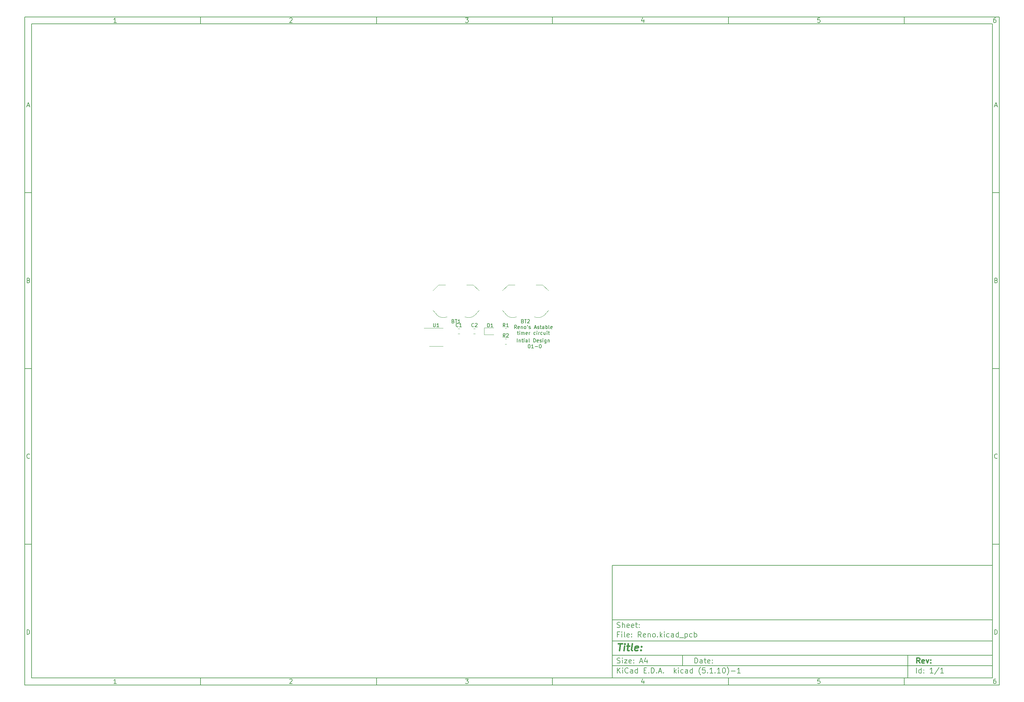
<source format=gbr>
%TF.GenerationSoftware,KiCad,Pcbnew,(5.1.10)-1*%
%TF.CreationDate,2021-09-25T22:05:34-07:00*%
%TF.ProjectId,Reno,52656e6f-2e6b-4696-9361-645f70636258,rev?*%
%TF.SameCoordinates,Original*%
%TF.FileFunction,Legend,Top*%
%TF.FilePolarity,Positive*%
%FSLAX46Y46*%
G04 Gerber Fmt 4.6, Leading zero omitted, Abs format (unit mm)*
G04 Created by KiCad (PCBNEW (5.1.10)-1) date 2021-09-25 22:05:34*
%MOMM*%
%LPD*%
G01*
G04 APERTURE LIST*
%ADD10C,0.100000*%
%ADD11C,0.150000*%
%ADD12C,0.300000*%
%ADD13C,0.400000*%
%ADD14C,0.120000*%
G04 APERTURE END LIST*
D10*
D11*
X177002200Y-166007200D02*
X177002200Y-198007200D01*
X285002200Y-198007200D01*
X285002200Y-166007200D01*
X177002200Y-166007200D01*
D10*
D11*
X10000000Y-10000000D02*
X10000000Y-200007200D01*
X287002200Y-200007200D01*
X287002200Y-10000000D01*
X10000000Y-10000000D01*
D10*
D11*
X12000000Y-12000000D02*
X12000000Y-198007200D01*
X285002200Y-198007200D01*
X285002200Y-12000000D01*
X12000000Y-12000000D01*
D10*
D11*
X60000000Y-12000000D02*
X60000000Y-10000000D01*
D10*
D11*
X110000000Y-12000000D02*
X110000000Y-10000000D01*
D10*
D11*
X160000000Y-12000000D02*
X160000000Y-10000000D01*
D10*
D11*
X210000000Y-12000000D02*
X210000000Y-10000000D01*
D10*
D11*
X260000000Y-12000000D02*
X260000000Y-10000000D01*
D10*
D11*
X36065476Y-11588095D02*
X35322619Y-11588095D01*
X35694047Y-11588095D02*
X35694047Y-10288095D01*
X35570238Y-10473809D01*
X35446428Y-10597619D01*
X35322619Y-10659523D01*
D10*
D11*
X85322619Y-10411904D02*
X85384523Y-10350000D01*
X85508333Y-10288095D01*
X85817857Y-10288095D01*
X85941666Y-10350000D01*
X86003571Y-10411904D01*
X86065476Y-10535714D01*
X86065476Y-10659523D01*
X86003571Y-10845238D01*
X85260714Y-11588095D01*
X86065476Y-11588095D01*
D10*
D11*
X135260714Y-10288095D02*
X136065476Y-10288095D01*
X135632142Y-10783333D01*
X135817857Y-10783333D01*
X135941666Y-10845238D01*
X136003571Y-10907142D01*
X136065476Y-11030952D01*
X136065476Y-11340476D01*
X136003571Y-11464285D01*
X135941666Y-11526190D01*
X135817857Y-11588095D01*
X135446428Y-11588095D01*
X135322619Y-11526190D01*
X135260714Y-11464285D01*
D10*
D11*
X185941666Y-10721428D02*
X185941666Y-11588095D01*
X185632142Y-10226190D02*
X185322619Y-11154761D01*
X186127380Y-11154761D01*
D10*
D11*
X236003571Y-10288095D02*
X235384523Y-10288095D01*
X235322619Y-10907142D01*
X235384523Y-10845238D01*
X235508333Y-10783333D01*
X235817857Y-10783333D01*
X235941666Y-10845238D01*
X236003571Y-10907142D01*
X236065476Y-11030952D01*
X236065476Y-11340476D01*
X236003571Y-11464285D01*
X235941666Y-11526190D01*
X235817857Y-11588095D01*
X235508333Y-11588095D01*
X235384523Y-11526190D01*
X235322619Y-11464285D01*
D10*
D11*
X285941666Y-10288095D02*
X285694047Y-10288095D01*
X285570238Y-10350000D01*
X285508333Y-10411904D01*
X285384523Y-10597619D01*
X285322619Y-10845238D01*
X285322619Y-11340476D01*
X285384523Y-11464285D01*
X285446428Y-11526190D01*
X285570238Y-11588095D01*
X285817857Y-11588095D01*
X285941666Y-11526190D01*
X286003571Y-11464285D01*
X286065476Y-11340476D01*
X286065476Y-11030952D01*
X286003571Y-10907142D01*
X285941666Y-10845238D01*
X285817857Y-10783333D01*
X285570238Y-10783333D01*
X285446428Y-10845238D01*
X285384523Y-10907142D01*
X285322619Y-11030952D01*
D10*
D11*
X60000000Y-198007200D02*
X60000000Y-200007200D01*
D10*
D11*
X110000000Y-198007200D02*
X110000000Y-200007200D01*
D10*
D11*
X160000000Y-198007200D02*
X160000000Y-200007200D01*
D10*
D11*
X210000000Y-198007200D02*
X210000000Y-200007200D01*
D10*
D11*
X260000000Y-198007200D02*
X260000000Y-200007200D01*
D10*
D11*
X36065476Y-199595295D02*
X35322619Y-199595295D01*
X35694047Y-199595295D02*
X35694047Y-198295295D01*
X35570238Y-198481009D01*
X35446428Y-198604819D01*
X35322619Y-198666723D01*
D10*
D11*
X85322619Y-198419104D02*
X85384523Y-198357200D01*
X85508333Y-198295295D01*
X85817857Y-198295295D01*
X85941666Y-198357200D01*
X86003571Y-198419104D01*
X86065476Y-198542914D01*
X86065476Y-198666723D01*
X86003571Y-198852438D01*
X85260714Y-199595295D01*
X86065476Y-199595295D01*
D10*
D11*
X135260714Y-198295295D02*
X136065476Y-198295295D01*
X135632142Y-198790533D01*
X135817857Y-198790533D01*
X135941666Y-198852438D01*
X136003571Y-198914342D01*
X136065476Y-199038152D01*
X136065476Y-199347676D01*
X136003571Y-199471485D01*
X135941666Y-199533390D01*
X135817857Y-199595295D01*
X135446428Y-199595295D01*
X135322619Y-199533390D01*
X135260714Y-199471485D01*
D10*
D11*
X185941666Y-198728628D02*
X185941666Y-199595295D01*
X185632142Y-198233390D02*
X185322619Y-199161961D01*
X186127380Y-199161961D01*
D10*
D11*
X236003571Y-198295295D02*
X235384523Y-198295295D01*
X235322619Y-198914342D01*
X235384523Y-198852438D01*
X235508333Y-198790533D01*
X235817857Y-198790533D01*
X235941666Y-198852438D01*
X236003571Y-198914342D01*
X236065476Y-199038152D01*
X236065476Y-199347676D01*
X236003571Y-199471485D01*
X235941666Y-199533390D01*
X235817857Y-199595295D01*
X235508333Y-199595295D01*
X235384523Y-199533390D01*
X235322619Y-199471485D01*
D10*
D11*
X285941666Y-198295295D02*
X285694047Y-198295295D01*
X285570238Y-198357200D01*
X285508333Y-198419104D01*
X285384523Y-198604819D01*
X285322619Y-198852438D01*
X285322619Y-199347676D01*
X285384523Y-199471485D01*
X285446428Y-199533390D01*
X285570238Y-199595295D01*
X285817857Y-199595295D01*
X285941666Y-199533390D01*
X286003571Y-199471485D01*
X286065476Y-199347676D01*
X286065476Y-199038152D01*
X286003571Y-198914342D01*
X285941666Y-198852438D01*
X285817857Y-198790533D01*
X285570238Y-198790533D01*
X285446428Y-198852438D01*
X285384523Y-198914342D01*
X285322619Y-199038152D01*
D10*
D11*
X10000000Y-60000000D02*
X12000000Y-60000000D01*
D10*
D11*
X10000000Y-110000000D02*
X12000000Y-110000000D01*
D10*
D11*
X10000000Y-160000000D02*
X12000000Y-160000000D01*
D10*
D11*
X10690476Y-35216666D02*
X11309523Y-35216666D01*
X10566666Y-35588095D02*
X11000000Y-34288095D01*
X11433333Y-35588095D01*
D10*
D11*
X11092857Y-84907142D02*
X11278571Y-84969047D01*
X11340476Y-85030952D01*
X11402380Y-85154761D01*
X11402380Y-85340476D01*
X11340476Y-85464285D01*
X11278571Y-85526190D01*
X11154761Y-85588095D01*
X10659523Y-85588095D01*
X10659523Y-84288095D01*
X11092857Y-84288095D01*
X11216666Y-84350000D01*
X11278571Y-84411904D01*
X11340476Y-84535714D01*
X11340476Y-84659523D01*
X11278571Y-84783333D01*
X11216666Y-84845238D01*
X11092857Y-84907142D01*
X10659523Y-84907142D01*
D10*
D11*
X11402380Y-135464285D02*
X11340476Y-135526190D01*
X11154761Y-135588095D01*
X11030952Y-135588095D01*
X10845238Y-135526190D01*
X10721428Y-135402380D01*
X10659523Y-135278571D01*
X10597619Y-135030952D01*
X10597619Y-134845238D01*
X10659523Y-134597619D01*
X10721428Y-134473809D01*
X10845238Y-134350000D01*
X11030952Y-134288095D01*
X11154761Y-134288095D01*
X11340476Y-134350000D01*
X11402380Y-134411904D01*
D10*
D11*
X10659523Y-185588095D02*
X10659523Y-184288095D01*
X10969047Y-184288095D01*
X11154761Y-184350000D01*
X11278571Y-184473809D01*
X11340476Y-184597619D01*
X11402380Y-184845238D01*
X11402380Y-185030952D01*
X11340476Y-185278571D01*
X11278571Y-185402380D01*
X11154761Y-185526190D01*
X10969047Y-185588095D01*
X10659523Y-185588095D01*
D10*
D11*
X287002200Y-60000000D02*
X285002200Y-60000000D01*
D10*
D11*
X287002200Y-110000000D02*
X285002200Y-110000000D01*
D10*
D11*
X287002200Y-160000000D02*
X285002200Y-160000000D01*
D10*
D11*
X285692676Y-35216666D02*
X286311723Y-35216666D01*
X285568866Y-35588095D02*
X286002200Y-34288095D01*
X286435533Y-35588095D01*
D10*
D11*
X286095057Y-84907142D02*
X286280771Y-84969047D01*
X286342676Y-85030952D01*
X286404580Y-85154761D01*
X286404580Y-85340476D01*
X286342676Y-85464285D01*
X286280771Y-85526190D01*
X286156961Y-85588095D01*
X285661723Y-85588095D01*
X285661723Y-84288095D01*
X286095057Y-84288095D01*
X286218866Y-84350000D01*
X286280771Y-84411904D01*
X286342676Y-84535714D01*
X286342676Y-84659523D01*
X286280771Y-84783333D01*
X286218866Y-84845238D01*
X286095057Y-84907142D01*
X285661723Y-84907142D01*
D10*
D11*
X286404580Y-135464285D02*
X286342676Y-135526190D01*
X286156961Y-135588095D01*
X286033152Y-135588095D01*
X285847438Y-135526190D01*
X285723628Y-135402380D01*
X285661723Y-135278571D01*
X285599819Y-135030952D01*
X285599819Y-134845238D01*
X285661723Y-134597619D01*
X285723628Y-134473809D01*
X285847438Y-134350000D01*
X286033152Y-134288095D01*
X286156961Y-134288095D01*
X286342676Y-134350000D01*
X286404580Y-134411904D01*
D10*
D11*
X285661723Y-185588095D02*
X285661723Y-184288095D01*
X285971247Y-184288095D01*
X286156961Y-184350000D01*
X286280771Y-184473809D01*
X286342676Y-184597619D01*
X286404580Y-184845238D01*
X286404580Y-185030952D01*
X286342676Y-185278571D01*
X286280771Y-185402380D01*
X286156961Y-185526190D01*
X285971247Y-185588095D01*
X285661723Y-185588095D01*
D10*
D11*
X200434342Y-193785771D02*
X200434342Y-192285771D01*
X200791485Y-192285771D01*
X201005771Y-192357200D01*
X201148628Y-192500057D01*
X201220057Y-192642914D01*
X201291485Y-192928628D01*
X201291485Y-193142914D01*
X201220057Y-193428628D01*
X201148628Y-193571485D01*
X201005771Y-193714342D01*
X200791485Y-193785771D01*
X200434342Y-193785771D01*
X202577200Y-193785771D02*
X202577200Y-193000057D01*
X202505771Y-192857200D01*
X202362914Y-192785771D01*
X202077200Y-192785771D01*
X201934342Y-192857200D01*
X202577200Y-193714342D02*
X202434342Y-193785771D01*
X202077200Y-193785771D01*
X201934342Y-193714342D01*
X201862914Y-193571485D01*
X201862914Y-193428628D01*
X201934342Y-193285771D01*
X202077200Y-193214342D01*
X202434342Y-193214342D01*
X202577200Y-193142914D01*
X203077200Y-192785771D02*
X203648628Y-192785771D01*
X203291485Y-192285771D02*
X203291485Y-193571485D01*
X203362914Y-193714342D01*
X203505771Y-193785771D01*
X203648628Y-193785771D01*
X204720057Y-193714342D02*
X204577200Y-193785771D01*
X204291485Y-193785771D01*
X204148628Y-193714342D01*
X204077200Y-193571485D01*
X204077200Y-193000057D01*
X204148628Y-192857200D01*
X204291485Y-192785771D01*
X204577200Y-192785771D01*
X204720057Y-192857200D01*
X204791485Y-193000057D01*
X204791485Y-193142914D01*
X204077200Y-193285771D01*
X205434342Y-193642914D02*
X205505771Y-193714342D01*
X205434342Y-193785771D01*
X205362914Y-193714342D01*
X205434342Y-193642914D01*
X205434342Y-193785771D01*
X205434342Y-192857200D02*
X205505771Y-192928628D01*
X205434342Y-193000057D01*
X205362914Y-192928628D01*
X205434342Y-192857200D01*
X205434342Y-193000057D01*
D10*
D11*
X177002200Y-194507200D02*
X285002200Y-194507200D01*
D10*
D11*
X178434342Y-196585771D02*
X178434342Y-195085771D01*
X179291485Y-196585771D02*
X178648628Y-195728628D01*
X179291485Y-195085771D02*
X178434342Y-195942914D01*
X179934342Y-196585771D02*
X179934342Y-195585771D01*
X179934342Y-195085771D02*
X179862914Y-195157200D01*
X179934342Y-195228628D01*
X180005771Y-195157200D01*
X179934342Y-195085771D01*
X179934342Y-195228628D01*
X181505771Y-196442914D02*
X181434342Y-196514342D01*
X181220057Y-196585771D01*
X181077200Y-196585771D01*
X180862914Y-196514342D01*
X180720057Y-196371485D01*
X180648628Y-196228628D01*
X180577200Y-195942914D01*
X180577200Y-195728628D01*
X180648628Y-195442914D01*
X180720057Y-195300057D01*
X180862914Y-195157200D01*
X181077200Y-195085771D01*
X181220057Y-195085771D01*
X181434342Y-195157200D01*
X181505771Y-195228628D01*
X182791485Y-196585771D02*
X182791485Y-195800057D01*
X182720057Y-195657200D01*
X182577200Y-195585771D01*
X182291485Y-195585771D01*
X182148628Y-195657200D01*
X182791485Y-196514342D02*
X182648628Y-196585771D01*
X182291485Y-196585771D01*
X182148628Y-196514342D01*
X182077200Y-196371485D01*
X182077200Y-196228628D01*
X182148628Y-196085771D01*
X182291485Y-196014342D01*
X182648628Y-196014342D01*
X182791485Y-195942914D01*
X184148628Y-196585771D02*
X184148628Y-195085771D01*
X184148628Y-196514342D02*
X184005771Y-196585771D01*
X183720057Y-196585771D01*
X183577200Y-196514342D01*
X183505771Y-196442914D01*
X183434342Y-196300057D01*
X183434342Y-195871485D01*
X183505771Y-195728628D01*
X183577200Y-195657200D01*
X183720057Y-195585771D01*
X184005771Y-195585771D01*
X184148628Y-195657200D01*
X186005771Y-195800057D02*
X186505771Y-195800057D01*
X186720057Y-196585771D02*
X186005771Y-196585771D01*
X186005771Y-195085771D01*
X186720057Y-195085771D01*
X187362914Y-196442914D02*
X187434342Y-196514342D01*
X187362914Y-196585771D01*
X187291485Y-196514342D01*
X187362914Y-196442914D01*
X187362914Y-196585771D01*
X188077200Y-196585771D02*
X188077200Y-195085771D01*
X188434342Y-195085771D01*
X188648628Y-195157200D01*
X188791485Y-195300057D01*
X188862914Y-195442914D01*
X188934342Y-195728628D01*
X188934342Y-195942914D01*
X188862914Y-196228628D01*
X188791485Y-196371485D01*
X188648628Y-196514342D01*
X188434342Y-196585771D01*
X188077200Y-196585771D01*
X189577200Y-196442914D02*
X189648628Y-196514342D01*
X189577200Y-196585771D01*
X189505771Y-196514342D01*
X189577200Y-196442914D01*
X189577200Y-196585771D01*
X190220057Y-196157200D02*
X190934342Y-196157200D01*
X190077200Y-196585771D02*
X190577200Y-195085771D01*
X191077200Y-196585771D01*
X191577200Y-196442914D02*
X191648628Y-196514342D01*
X191577200Y-196585771D01*
X191505771Y-196514342D01*
X191577200Y-196442914D01*
X191577200Y-196585771D01*
X194577200Y-196585771D02*
X194577200Y-195085771D01*
X194720057Y-196014342D02*
X195148628Y-196585771D01*
X195148628Y-195585771D02*
X194577200Y-196157200D01*
X195791485Y-196585771D02*
X195791485Y-195585771D01*
X195791485Y-195085771D02*
X195720057Y-195157200D01*
X195791485Y-195228628D01*
X195862914Y-195157200D01*
X195791485Y-195085771D01*
X195791485Y-195228628D01*
X197148628Y-196514342D02*
X197005771Y-196585771D01*
X196720057Y-196585771D01*
X196577200Y-196514342D01*
X196505771Y-196442914D01*
X196434342Y-196300057D01*
X196434342Y-195871485D01*
X196505771Y-195728628D01*
X196577200Y-195657200D01*
X196720057Y-195585771D01*
X197005771Y-195585771D01*
X197148628Y-195657200D01*
X198434342Y-196585771D02*
X198434342Y-195800057D01*
X198362914Y-195657200D01*
X198220057Y-195585771D01*
X197934342Y-195585771D01*
X197791485Y-195657200D01*
X198434342Y-196514342D02*
X198291485Y-196585771D01*
X197934342Y-196585771D01*
X197791485Y-196514342D01*
X197720057Y-196371485D01*
X197720057Y-196228628D01*
X197791485Y-196085771D01*
X197934342Y-196014342D01*
X198291485Y-196014342D01*
X198434342Y-195942914D01*
X199791485Y-196585771D02*
X199791485Y-195085771D01*
X199791485Y-196514342D02*
X199648628Y-196585771D01*
X199362914Y-196585771D01*
X199220057Y-196514342D01*
X199148628Y-196442914D01*
X199077200Y-196300057D01*
X199077200Y-195871485D01*
X199148628Y-195728628D01*
X199220057Y-195657200D01*
X199362914Y-195585771D01*
X199648628Y-195585771D01*
X199791485Y-195657200D01*
X202077200Y-197157200D02*
X202005771Y-197085771D01*
X201862914Y-196871485D01*
X201791485Y-196728628D01*
X201720057Y-196514342D01*
X201648628Y-196157200D01*
X201648628Y-195871485D01*
X201720057Y-195514342D01*
X201791485Y-195300057D01*
X201862914Y-195157200D01*
X202005771Y-194942914D01*
X202077200Y-194871485D01*
X203362914Y-195085771D02*
X202648628Y-195085771D01*
X202577200Y-195800057D01*
X202648628Y-195728628D01*
X202791485Y-195657200D01*
X203148628Y-195657200D01*
X203291485Y-195728628D01*
X203362914Y-195800057D01*
X203434342Y-195942914D01*
X203434342Y-196300057D01*
X203362914Y-196442914D01*
X203291485Y-196514342D01*
X203148628Y-196585771D01*
X202791485Y-196585771D01*
X202648628Y-196514342D01*
X202577200Y-196442914D01*
X204077200Y-196442914D02*
X204148628Y-196514342D01*
X204077200Y-196585771D01*
X204005771Y-196514342D01*
X204077200Y-196442914D01*
X204077200Y-196585771D01*
X205577200Y-196585771D02*
X204720057Y-196585771D01*
X205148628Y-196585771D02*
X205148628Y-195085771D01*
X205005771Y-195300057D01*
X204862914Y-195442914D01*
X204720057Y-195514342D01*
X206220057Y-196442914D02*
X206291485Y-196514342D01*
X206220057Y-196585771D01*
X206148628Y-196514342D01*
X206220057Y-196442914D01*
X206220057Y-196585771D01*
X207720057Y-196585771D02*
X206862914Y-196585771D01*
X207291485Y-196585771D02*
X207291485Y-195085771D01*
X207148628Y-195300057D01*
X207005771Y-195442914D01*
X206862914Y-195514342D01*
X208648628Y-195085771D02*
X208791485Y-195085771D01*
X208934342Y-195157200D01*
X209005771Y-195228628D01*
X209077200Y-195371485D01*
X209148628Y-195657200D01*
X209148628Y-196014342D01*
X209077200Y-196300057D01*
X209005771Y-196442914D01*
X208934342Y-196514342D01*
X208791485Y-196585771D01*
X208648628Y-196585771D01*
X208505771Y-196514342D01*
X208434342Y-196442914D01*
X208362914Y-196300057D01*
X208291485Y-196014342D01*
X208291485Y-195657200D01*
X208362914Y-195371485D01*
X208434342Y-195228628D01*
X208505771Y-195157200D01*
X208648628Y-195085771D01*
X209648628Y-197157200D02*
X209720057Y-197085771D01*
X209862914Y-196871485D01*
X209934342Y-196728628D01*
X210005771Y-196514342D01*
X210077200Y-196157200D01*
X210077200Y-195871485D01*
X210005771Y-195514342D01*
X209934342Y-195300057D01*
X209862914Y-195157200D01*
X209720057Y-194942914D01*
X209648628Y-194871485D01*
X210791485Y-196014342D02*
X211934342Y-196014342D01*
X213434342Y-196585771D02*
X212577200Y-196585771D01*
X213005771Y-196585771D02*
X213005771Y-195085771D01*
X212862914Y-195300057D01*
X212720057Y-195442914D01*
X212577200Y-195514342D01*
D10*
D11*
X177002200Y-191507200D02*
X285002200Y-191507200D01*
D10*
D12*
X264411485Y-193785771D02*
X263911485Y-193071485D01*
X263554342Y-193785771D02*
X263554342Y-192285771D01*
X264125771Y-192285771D01*
X264268628Y-192357200D01*
X264340057Y-192428628D01*
X264411485Y-192571485D01*
X264411485Y-192785771D01*
X264340057Y-192928628D01*
X264268628Y-193000057D01*
X264125771Y-193071485D01*
X263554342Y-193071485D01*
X265625771Y-193714342D02*
X265482914Y-193785771D01*
X265197200Y-193785771D01*
X265054342Y-193714342D01*
X264982914Y-193571485D01*
X264982914Y-193000057D01*
X265054342Y-192857200D01*
X265197200Y-192785771D01*
X265482914Y-192785771D01*
X265625771Y-192857200D01*
X265697200Y-193000057D01*
X265697200Y-193142914D01*
X264982914Y-193285771D01*
X266197200Y-192785771D02*
X266554342Y-193785771D01*
X266911485Y-192785771D01*
X267482914Y-193642914D02*
X267554342Y-193714342D01*
X267482914Y-193785771D01*
X267411485Y-193714342D01*
X267482914Y-193642914D01*
X267482914Y-193785771D01*
X267482914Y-192857200D02*
X267554342Y-192928628D01*
X267482914Y-193000057D01*
X267411485Y-192928628D01*
X267482914Y-192857200D01*
X267482914Y-193000057D01*
D10*
D11*
X178362914Y-193714342D02*
X178577200Y-193785771D01*
X178934342Y-193785771D01*
X179077200Y-193714342D01*
X179148628Y-193642914D01*
X179220057Y-193500057D01*
X179220057Y-193357200D01*
X179148628Y-193214342D01*
X179077200Y-193142914D01*
X178934342Y-193071485D01*
X178648628Y-193000057D01*
X178505771Y-192928628D01*
X178434342Y-192857200D01*
X178362914Y-192714342D01*
X178362914Y-192571485D01*
X178434342Y-192428628D01*
X178505771Y-192357200D01*
X178648628Y-192285771D01*
X179005771Y-192285771D01*
X179220057Y-192357200D01*
X179862914Y-193785771D02*
X179862914Y-192785771D01*
X179862914Y-192285771D02*
X179791485Y-192357200D01*
X179862914Y-192428628D01*
X179934342Y-192357200D01*
X179862914Y-192285771D01*
X179862914Y-192428628D01*
X180434342Y-192785771D02*
X181220057Y-192785771D01*
X180434342Y-193785771D01*
X181220057Y-193785771D01*
X182362914Y-193714342D02*
X182220057Y-193785771D01*
X181934342Y-193785771D01*
X181791485Y-193714342D01*
X181720057Y-193571485D01*
X181720057Y-193000057D01*
X181791485Y-192857200D01*
X181934342Y-192785771D01*
X182220057Y-192785771D01*
X182362914Y-192857200D01*
X182434342Y-193000057D01*
X182434342Y-193142914D01*
X181720057Y-193285771D01*
X183077200Y-193642914D02*
X183148628Y-193714342D01*
X183077200Y-193785771D01*
X183005771Y-193714342D01*
X183077200Y-193642914D01*
X183077200Y-193785771D01*
X183077200Y-192857200D02*
X183148628Y-192928628D01*
X183077200Y-193000057D01*
X183005771Y-192928628D01*
X183077200Y-192857200D01*
X183077200Y-193000057D01*
X184862914Y-193357200D02*
X185577200Y-193357200D01*
X184720057Y-193785771D02*
X185220057Y-192285771D01*
X185720057Y-193785771D01*
X186862914Y-192785771D02*
X186862914Y-193785771D01*
X186505771Y-192214342D02*
X186148628Y-193285771D01*
X187077200Y-193285771D01*
D10*
D11*
X263434342Y-196585771D02*
X263434342Y-195085771D01*
X264791485Y-196585771D02*
X264791485Y-195085771D01*
X264791485Y-196514342D02*
X264648628Y-196585771D01*
X264362914Y-196585771D01*
X264220057Y-196514342D01*
X264148628Y-196442914D01*
X264077200Y-196300057D01*
X264077200Y-195871485D01*
X264148628Y-195728628D01*
X264220057Y-195657200D01*
X264362914Y-195585771D01*
X264648628Y-195585771D01*
X264791485Y-195657200D01*
X265505771Y-196442914D02*
X265577200Y-196514342D01*
X265505771Y-196585771D01*
X265434342Y-196514342D01*
X265505771Y-196442914D01*
X265505771Y-196585771D01*
X265505771Y-195657200D02*
X265577200Y-195728628D01*
X265505771Y-195800057D01*
X265434342Y-195728628D01*
X265505771Y-195657200D01*
X265505771Y-195800057D01*
X268148628Y-196585771D02*
X267291485Y-196585771D01*
X267720057Y-196585771D02*
X267720057Y-195085771D01*
X267577200Y-195300057D01*
X267434342Y-195442914D01*
X267291485Y-195514342D01*
X269862914Y-195014342D02*
X268577200Y-196942914D01*
X271148628Y-196585771D02*
X270291485Y-196585771D01*
X270720057Y-196585771D02*
X270720057Y-195085771D01*
X270577200Y-195300057D01*
X270434342Y-195442914D01*
X270291485Y-195514342D01*
D10*
D11*
X177002200Y-187507200D02*
X285002200Y-187507200D01*
D10*
D13*
X178714580Y-188211961D02*
X179857438Y-188211961D01*
X179036009Y-190211961D02*
X179286009Y-188211961D01*
X180274104Y-190211961D02*
X180440771Y-188878628D01*
X180524104Y-188211961D02*
X180416961Y-188307200D01*
X180500295Y-188402438D01*
X180607438Y-188307200D01*
X180524104Y-188211961D01*
X180500295Y-188402438D01*
X181107438Y-188878628D02*
X181869342Y-188878628D01*
X181476485Y-188211961D02*
X181262200Y-189926247D01*
X181333628Y-190116723D01*
X181512200Y-190211961D01*
X181702676Y-190211961D01*
X182655057Y-190211961D02*
X182476485Y-190116723D01*
X182405057Y-189926247D01*
X182619342Y-188211961D01*
X184190771Y-190116723D02*
X183988390Y-190211961D01*
X183607438Y-190211961D01*
X183428866Y-190116723D01*
X183357438Y-189926247D01*
X183452676Y-189164342D01*
X183571723Y-188973866D01*
X183774104Y-188878628D01*
X184155057Y-188878628D01*
X184333628Y-188973866D01*
X184405057Y-189164342D01*
X184381247Y-189354819D01*
X183405057Y-189545295D01*
X185155057Y-190021485D02*
X185238390Y-190116723D01*
X185131247Y-190211961D01*
X185047914Y-190116723D01*
X185155057Y-190021485D01*
X185131247Y-190211961D01*
X185286009Y-188973866D02*
X185369342Y-189069104D01*
X185262200Y-189164342D01*
X185178866Y-189069104D01*
X185286009Y-188973866D01*
X185262200Y-189164342D01*
D10*
D11*
X178934342Y-185600057D02*
X178434342Y-185600057D01*
X178434342Y-186385771D02*
X178434342Y-184885771D01*
X179148628Y-184885771D01*
X179720057Y-186385771D02*
X179720057Y-185385771D01*
X179720057Y-184885771D02*
X179648628Y-184957200D01*
X179720057Y-185028628D01*
X179791485Y-184957200D01*
X179720057Y-184885771D01*
X179720057Y-185028628D01*
X180648628Y-186385771D02*
X180505771Y-186314342D01*
X180434342Y-186171485D01*
X180434342Y-184885771D01*
X181791485Y-186314342D02*
X181648628Y-186385771D01*
X181362914Y-186385771D01*
X181220057Y-186314342D01*
X181148628Y-186171485D01*
X181148628Y-185600057D01*
X181220057Y-185457200D01*
X181362914Y-185385771D01*
X181648628Y-185385771D01*
X181791485Y-185457200D01*
X181862914Y-185600057D01*
X181862914Y-185742914D01*
X181148628Y-185885771D01*
X182505771Y-186242914D02*
X182577200Y-186314342D01*
X182505771Y-186385771D01*
X182434342Y-186314342D01*
X182505771Y-186242914D01*
X182505771Y-186385771D01*
X182505771Y-185457200D02*
X182577200Y-185528628D01*
X182505771Y-185600057D01*
X182434342Y-185528628D01*
X182505771Y-185457200D01*
X182505771Y-185600057D01*
X185220057Y-186385771D02*
X184720057Y-185671485D01*
X184362914Y-186385771D02*
X184362914Y-184885771D01*
X184934342Y-184885771D01*
X185077200Y-184957200D01*
X185148628Y-185028628D01*
X185220057Y-185171485D01*
X185220057Y-185385771D01*
X185148628Y-185528628D01*
X185077200Y-185600057D01*
X184934342Y-185671485D01*
X184362914Y-185671485D01*
X186434342Y-186314342D02*
X186291485Y-186385771D01*
X186005771Y-186385771D01*
X185862914Y-186314342D01*
X185791485Y-186171485D01*
X185791485Y-185600057D01*
X185862914Y-185457200D01*
X186005771Y-185385771D01*
X186291485Y-185385771D01*
X186434342Y-185457200D01*
X186505771Y-185600057D01*
X186505771Y-185742914D01*
X185791485Y-185885771D01*
X187148628Y-185385771D02*
X187148628Y-186385771D01*
X187148628Y-185528628D02*
X187220057Y-185457200D01*
X187362914Y-185385771D01*
X187577200Y-185385771D01*
X187720057Y-185457200D01*
X187791485Y-185600057D01*
X187791485Y-186385771D01*
X188720057Y-186385771D02*
X188577200Y-186314342D01*
X188505771Y-186242914D01*
X188434342Y-186100057D01*
X188434342Y-185671485D01*
X188505771Y-185528628D01*
X188577200Y-185457200D01*
X188720057Y-185385771D01*
X188934342Y-185385771D01*
X189077200Y-185457200D01*
X189148628Y-185528628D01*
X189220057Y-185671485D01*
X189220057Y-186100057D01*
X189148628Y-186242914D01*
X189077200Y-186314342D01*
X188934342Y-186385771D01*
X188720057Y-186385771D01*
X189862914Y-186242914D02*
X189934342Y-186314342D01*
X189862914Y-186385771D01*
X189791485Y-186314342D01*
X189862914Y-186242914D01*
X189862914Y-186385771D01*
X190577200Y-186385771D02*
X190577200Y-184885771D01*
X190720057Y-185814342D02*
X191148628Y-186385771D01*
X191148628Y-185385771D02*
X190577200Y-185957200D01*
X191791485Y-186385771D02*
X191791485Y-185385771D01*
X191791485Y-184885771D02*
X191720057Y-184957200D01*
X191791485Y-185028628D01*
X191862914Y-184957200D01*
X191791485Y-184885771D01*
X191791485Y-185028628D01*
X193148628Y-186314342D02*
X193005771Y-186385771D01*
X192720057Y-186385771D01*
X192577200Y-186314342D01*
X192505771Y-186242914D01*
X192434342Y-186100057D01*
X192434342Y-185671485D01*
X192505771Y-185528628D01*
X192577200Y-185457200D01*
X192720057Y-185385771D01*
X193005771Y-185385771D01*
X193148628Y-185457200D01*
X194434342Y-186385771D02*
X194434342Y-185600057D01*
X194362914Y-185457200D01*
X194220057Y-185385771D01*
X193934342Y-185385771D01*
X193791485Y-185457200D01*
X194434342Y-186314342D02*
X194291485Y-186385771D01*
X193934342Y-186385771D01*
X193791485Y-186314342D01*
X193720057Y-186171485D01*
X193720057Y-186028628D01*
X193791485Y-185885771D01*
X193934342Y-185814342D01*
X194291485Y-185814342D01*
X194434342Y-185742914D01*
X195791485Y-186385771D02*
X195791485Y-184885771D01*
X195791485Y-186314342D02*
X195648628Y-186385771D01*
X195362914Y-186385771D01*
X195220057Y-186314342D01*
X195148628Y-186242914D01*
X195077200Y-186100057D01*
X195077200Y-185671485D01*
X195148628Y-185528628D01*
X195220057Y-185457200D01*
X195362914Y-185385771D01*
X195648628Y-185385771D01*
X195791485Y-185457200D01*
X196148628Y-186528628D02*
X197291485Y-186528628D01*
X197648628Y-185385771D02*
X197648628Y-186885771D01*
X197648628Y-185457200D02*
X197791485Y-185385771D01*
X198077200Y-185385771D01*
X198220057Y-185457200D01*
X198291485Y-185528628D01*
X198362914Y-185671485D01*
X198362914Y-186100057D01*
X198291485Y-186242914D01*
X198220057Y-186314342D01*
X198077200Y-186385771D01*
X197791485Y-186385771D01*
X197648628Y-186314342D01*
X199648628Y-186314342D02*
X199505771Y-186385771D01*
X199220057Y-186385771D01*
X199077200Y-186314342D01*
X199005771Y-186242914D01*
X198934342Y-186100057D01*
X198934342Y-185671485D01*
X199005771Y-185528628D01*
X199077200Y-185457200D01*
X199220057Y-185385771D01*
X199505771Y-185385771D01*
X199648628Y-185457200D01*
X200291485Y-186385771D02*
X200291485Y-184885771D01*
X200291485Y-185457200D02*
X200434342Y-185385771D01*
X200720057Y-185385771D01*
X200862914Y-185457200D01*
X200934342Y-185528628D01*
X201005771Y-185671485D01*
X201005771Y-186100057D01*
X200934342Y-186242914D01*
X200862914Y-186314342D01*
X200720057Y-186385771D01*
X200434342Y-186385771D01*
X200291485Y-186314342D01*
D10*
D11*
X177002200Y-181507200D02*
X285002200Y-181507200D01*
D10*
D11*
X178362914Y-183614342D02*
X178577200Y-183685771D01*
X178934342Y-183685771D01*
X179077200Y-183614342D01*
X179148628Y-183542914D01*
X179220057Y-183400057D01*
X179220057Y-183257200D01*
X179148628Y-183114342D01*
X179077200Y-183042914D01*
X178934342Y-182971485D01*
X178648628Y-182900057D01*
X178505771Y-182828628D01*
X178434342Y-182757200D01*
X178362914Y-182614342D01*
X178362914Y-182471485D01*
X178434342Y-182328628D01*
X178505771Y-182257200D01*
X178648628Y-182185771D01*
X179005771Y-182185771D01*
X179220057Y-182257200D01*
X179862914Y-183685771D02*
X179862914Y-182185771D01*
X180505771Y-183685771D02*
X180505771Y-182900057D01*
X180434342Y-182757200D01*
X180291485Y-182685771D01*
X180077200Y-182685771D01*
X179934342Y-182757200D01*
X179862914Y-182828628D01*
X181791485Y-183614342D02*
X181648628Y-183685771D01*
X181362914Y-183685771D01*
X181220057Y-183614342D01*
X181148628Y-183471485D01*
X181148628Y-182900057D01*
X181220057Y-182757200D01*
X181362914Y-182685771D01*
X181648628Y-182685771D01*
X181791485Y-182757200D01*
X181862914Y-182900057D01*
X181862914Y-183042914D01*
X181148628Y-183185771D01*
X183077200Y-183614342D02*
X182934342Y-183685771D01*
X182648628Y-183685771D01*
X182505771Y-183614342D01*
X182434342Y-183471485D01*
X182434342Y-182900057D01*
X182505771Y-182757200D01*
X182648628Y-182685771D01*
X182934342Y-182685771D01*
X183077200Y-182757200D01*
X183148628Y-182900057D01*
X183148628Y-183042914D01*
X182434342Y-183185771D01*
X183577200Y-182685771D02*
X184148628Y-182685771D01*
X183791485Y-182185771D02*
X183791485Y-183471485D01*
X183862914Y-183614342D01*
X184005771Y-183685771D01*
X184148628Y-183685771D01*
X184648628Y-183542914D02*
X184720057Y-183614342D01*
X184648628Y-183685771D01*
X184577200Y-183614342D01*
X184648628Y-183542914D01*
X184648628Y-183685771D01*
X184648628Y-182757200D02*
X184720057Y-182828628D01*
X184648628Y-182900057D01*
X184577200Y-182828628D01*
X184648628Y-182757200D01*
X184648628Y-182900057D01*
D10*
D11*
X197002200Y-191507200D02*
X197002200Y-194507200D01*
D10*
D11*
X261002200Y-191507200D02*
X261002200Y-198007200D01*
X150011428Y-102497380D02*
X150011428Y-101497380D01*
X150487619Y-101830714D02*
X150487619Y-102497380D01*
X150487619Y-101925952D02*
X150535238Y-101878333D01*
X150630476Y-101830714D01*
X150773333Y-101830714D01*
X150868571Y-101878333D01*
X150916190Y-101973571D01*
X150916190Y-102497380D01*
X151249523Y-101830714D02*
X151630476Y-101830714D01*
X151392380Y-101497380D02*
X151392380Y-102354523D01*
X151440000Y-102449761D01*
X151535238Y-102497380D01*
X151630476Y-102497380D01*
X151963809Y-102497380D02*
X151963809Y-101830714D01*
X151963809Y-101497380D02*
X151916190Y-101545000D01*
X151963809Y-101592619D01*
X152011428Y-101545000D01*
X151963809Y-101497380D01*
X151963809Y-101592619D01*
X152868571Y-102497380D02*
X152868571Y-101973571D01*
X152820952Y-101878333D01*
X152725714Y-101830714D01*
X152535238Y-101830714D01*
X152440000Y-101878333D01*
X152868571Y-102449761D02*
X152773333Y-102497380D01*
X152535238Y-102497380D01*
X152440000Y-102449761D01*
X152392380Y-102354523D01*
X152392380Y-102259285D01*
X152440000Y-102164047D01*
X152535238Y-102116428D01*
X152773333Y-102116428D01*
X152868571Y-102068809D01*
X153487619Y-102497380D02*
X153392380Y-102449761D01*
X153344761Y-102354523D01*
X153344761Y-101497380D01*
X154630476Y-102497380D02*
X154630476Y-101497380D01*
X154868571Y-101497380D01*
X155011428Y-101545000D01*
X155106666Y-101640238D01*
X155154285Y-101735476D01*
X155201904Y-101925952D01*
X155201904Y-102068809D01*
X155154285Y-102259285D01*
X155106666Y-102354523D01*
X155011428Y-102449761D01*
X154868571Y-102497380D01*
X154630476Y-102497380D01*
X156011428Y-102449761D02*
X155916190Y-102497380D01*
X155725714Y-102497380D01*
X155630476Y-102449761D01*
X155582857Y-102354523D01*
X155582857Y-101973571D01*
X155630476Y-101878333D01*
X155725714Y-101830714D01*
X155916190Y-101830714D01*
X156011428Y-101878333D01*
X156059047Y-101973571D01*
X156059047Y-102068809D01*
X155582857Y-102164047D01*
X156440000Y-102449761D02*
X156535238Y-102497380D01*
X156725714Y-102497380D01*
X156820952Y-102449761D01*
X156868571Y-102354523D01*
X156868571Y-102306904D01*
X156820952Y-102211666D01*
X156725714Y-102164047D01*
X156582857Y-102164047D01*
X156487619Y-102116428D01*
X156440000Y-102021190D01*
X156440000Y-101973571D01*
X156487619Y-101878333D01*
X156582857Y-101830714D01*
X156725714Y-101830714D01*
X156820952Y-101878333D01*
X157297142Y-102497380D02*
X157297142Y-101830714D01*
X157297142Y-101497380D02*
X157249523Y-101545000D01*
X157297142Y-101592619D01*
X157344761Y-101545000D01*
X157297142Y-101497380D01*
X157297142Y-101592619D01*
X158201904Y-101830714D02*
X158201904Y-102640238D01*
X158154285Y-102735476D01*
X158106666Y-102783095D01*
X158011428Y-102830714D01*
X157868571Y-102830714D01*
X157773333Y-102783095D01*
X158201904Y-102449761D02*
X158106666Y-102497380D01*
X157916190Y-102497380D01*
X157820952Y-102449761D01*
X157773333Y-102402142D01*
X157725714Y-102306904D01*
X157725714Y-102021190D01*
X157773333Y-101925952D01*
X157820952Y-101878333D01*
X157916190Y-101830714D01*
X158106666Y-101830714D01*
X158201904Y-101878333D01*
X158678095Y-101830714D02*
X158678095Y-102497380D01*
X158678095Y-101925952D02*
X158725714Y-101878333D01*
X158820952Y-101830714D01*
X158963809Y-101830714D01*
X159059047Y-101878333D01*
X159106666Y-101973571D01*
X159106666Y-102497380D01*
X153320952Y-103147380D02*
X153416190Y-103147380D01*
X153511428Y-103195000D01*
X153559047Y-103242619D01*
X153606666Y-103337857D01*
X153654285Y-103528333D01*
X153654285Y-103766428D01*
X153606666Y-103956904D01*
X153559047Y-104052142D01*
X153511428Y-104099761D01*
X153416190Y-104147380D01*
X153320952Y-104147380D01*
X153225714Y-104099761D01*
X153178095Y-104052142D01*
X153130476Y-103956904D01*
X153082857Y-103766428D01*
X153082857Y-103528333D01*
X153130476Y-103337857D01*
X153178095Y-103242619D01*
X153225714Y-103195000D01*
X153320952Y-103147380D01*
X154606666Y-104147380D02*
X154035238Y-104147380D01*
X154320952Y-104147380D02*
X154320952Y-103147380D01*
X154225714Y-103290238D01*
X154130476Y-103385476D01*
X154035238Y-103433095D01*
X155035238Y-103766428D02*
X155797142Y-103766428D01*
X156463809Y-103147380D02*
X156559047Y-103147380D01*
X156654285Y-103195000D01*
X156701904Y-103242619D01*
X156749523Y-103337857D01*
X156797142Y-103528333D01*
X156797142Y-103766428D01*
X156749523Y-103956904D01*
X156701904Y-104052142D01*
X156654285Y-104099761D01*
X156559047Y-104147380D01*
X156463809Y-104147380D01*
X156368571Y-104099761D01*
X156320952Y-104052142D01*
X156273333Y-103956904D01*
X156225714Y-103766428D01*
X156225714Y-103528333D01*
X156273333Y-103337857D01*
X156320952Y-103242619D01*
X156368571Y-103195000D01*
X156463809Y-103147380D01*
X149797142Y-98687380D02*
X149463809Y-98211190D01*
X149225714Y-98687380D02*
X149225714Y-97687380D01*
X149606666Y-97687380D01*
X149701904Y-97735000D01*
X149749523Y-97782619D01*
X149797142Y-97877857D01*
X149797142Y-98020714D01*
X149749523Y-98115952D01*
X149701904Y-98163571D01*
X149606666Y-98211190D01*
X149225714Y-98211190D01*
X150606666Y-98639761D02*
X150511428Y-98687380D01*
X150320952Y-98687380D01*
X150225714Y-98639761D01*
X150178095Y-98544523D01*
X150178095Y-98163571D01*
X150225714Y-98068333D01*
X150320952Y-98020714D01*
X150511428Y-98020714D01*
X150606666Y-98068333D01*
X150654285Y-98163571D01*
X150654285Y-98258809D01*
X150178095Y-98354047D01*
X151082857Y-98020714D02*
X151082857Y-98687380D01*
X151082857Y-98115952D02*
X151130476Y-98068333D01*
X151225714Y-98020714D01*
X151368571Y-98020714D01*
X151463809Y-98068333D01*
X151511428Y-98163571D01*
X151511428Y-98687380D01*
X152130476Y-98687380D02*
X152035238Y-98639761D01*
X151987619Y-98592142D01*
X151940000Y-98496904D01*
X151940000Y-98211190D01*
X151987619Y-98115952D01*
X152035238Y-98068333D01*
X152130476Y-98020714D01*
X152273333Y-98020714D01*
X152368571Y-98068333D01*
X152416190Y-98115952D01*
X152463809Y-98211190D01*
X152463809Y-98496904D01*
X152416190Y-98592142D01*
X152368571Y-98639761D01*
X152273333Y-98687380D01*
X152130476Y-98687380D01*
X152940000Y-97687380D02*
X152844761Y-97877857D01*
X153320952Y-98639761D02*
X153416190Y-98687380D01*
X153606666Y-98687380D01*
X153701904Y-98639761D01*
X153749523Y-98544523D01*
X153749523Y-98496904D01*
X153701904Y-98401666D01*
X153606666Y-98354047D01*
X153463809Y-98354047D01*
X153368571Y-98306428D01*
X153320952Y-98211190D01*
X153320952Y-98163571D01*
X153368571Y-98068333D01*
X153463809Y-98020714D01*
X153606666Y-98020714D01*
X153701904Y-98068333D01*
X154892380Y-98401666D02*
X155368571Y-98401666D01*
X154797142Y-98687380D02*
X155130476Y-97687380D01*
X155463809Y-98687380D01*
X155749523Y-98639761D02*
X155844761Y-98687380D01*
X156035238Y-98687380D01*
X156130476Y-98639761D01*
X156178095Y-98544523D01*
X156178095Y-98496904D01*
X156130476Y-98401666D01*
X156035238Y-98354047D01*
X155892380Y-98354047D01*
X155797142Y-98306428D01*
X155749523Y-98211190D01*
X155749523Y-98163571D01*
X155797142Y-98068333D01*
X155892380Y-98020714D01*
X156035238Y-98020714D01*
X156130476Y-98068333D01*
X156463809Y-98020714D02*
X156844761Y-98020714D01*
X156606666Y-97687380D02*
X156606666Y-98544523D01*
X156654285Y-98639761D01*
X156749523Y-98687380D01*
X156844761Y-98687380D01*
X157606666Y-98687380D02*
X157606666Y-98163571D01*
X157559047Y-98068333D01*
X157463809Y-98020714D01*
X157273333Y-98020714D01*
X157178095Y-98068333D01*
X157606666Y-98639761D02*
X157511428Y-98687380D01*
X157273333Y-98687380D01*
X157178095Y-98639761D01*
X157130476Y-98544523D01*
X157130476Y-98449285D01*
X157178095Y-98354047D01*
X157273333Y-98306428D01*
X157511428Y-98306428D01*
X157606666Y-98258809D01*
X158082857Y-98687380D02*
X158082857Y-97687380D01*
X158082857Y-98068333D02*
X158178095Y-98020714D01*
X158368571Y-98020714D01*
X158463809Y-98068333D01*
X158511428Y-98115952D01*
X158559047Y-98211190D01*
X158559047Y-98496904D01*
X158511428Y-98592142D01*
X158463809Y-98639761D01*
X158368571Y-98687380D01*
X158178095Y-98687380D01*
X158082857Y-98639761D01*
X159130476Y-98687380D02*
X159035238Y-98639761D01*
X158987619Y-98544523D01*
X158987619Y-97687380D01*
X159892380Y-98639761D02*
X159797142Y-98687380D01*
X159606666Y-98687380D01*
X159511428Y-98639761D01*
X159463809Y-98544523D01*
X159463809Y-98163571D01*
X159511428Y-98068333D01*
X159606666Y-98020714D01*
X159797142Y-98020714D01*
X159892380Y-98068333D01*
X159940000Y-98163571D01*
X159940000Y-98258809D01*
X159463809Y-98354047D01*
X149963809Y-99670714D02*
X150344761Y-99670714D01*
X150106666Y-99337380D02*
X150106666Y-100194523D01*
X150154285Y-100289761D01*
X150249523Y-100337380D01*
X150344761Y-100337380D01*
X150678095Y-100337380D02*
X150678095Y-99670714D01*
X150678095Y-99337380D02*
X150630476Y-99385000D01*
X150678095Y-99432619D01*
X150725714Y-99385000D01*
X150678095Y-99337380D01*
X150678095Y-99432619D01*
X151154285Y-100337380D02*
X151154285Y-99670714D01*
X151154285Y-99765952D02*
X151201904Y-99718333D01*
X151297142Y-99670714D01*
X151440000Y-99670714D01*
X151535238Y-99718333D01*
X151582857Y-99813571D01*
X151582857Y-100337380D01*
X151582857Y-99813571D02*
X151630476Y-99718333D01*
X151725714Y-99670714D01*
X151868571Y-99670714D01*
X151963809Y-99718333D01*
X152011428Y-99813571D01*
X152011428Y-100337380D01*
X152868571Y-100289761D02*
X152773333Y-100337380D01*
X152582857Y-100337380D01*
X152487619Y-100289761D01*
X152440000Y-100194523D01*
X152440000Y-99813571D01*
X152487619Y-99718333D01*
X152582857Y-99670714D01*
X152773333Y-99670714D01*
X152868571Y-99718333D01*
X152916190Y-99813571D01*
X152916190Y-99908809D01*
X152440000Y-100004047D01*
X153344761Y-100337380D02*
X153344761Y-99670714D01*
X153344761Y-99861190D02*
X153392380Y-99765952D01*
X153440000Y-99718333D01*
X153535238Y-99670714D01*
X153630476Y-99670714D01*
X155154285Y-100289761D02*
X155059047Y-100337380D01*
X154868571Y-100337380D01*
X154773333Y-100289761D01*
X154725714Y-100242142D01*
X154678095Y-100146904D01*
X154678095Y-99861190D01*
X154725714Y-99765952D01*
X154773333Y-99718333D01*
X154868571Y-99670714D01*
X155059047Y-99670714D01*
X155154285Y-99718333D01*
X155582857Y-100337380D02*
X155582857Y-99670714D01*
X155582857Y-99337380D02*
X155535238Y-99385000D01*
X155582857Y-99432619D01*
X155630476Y-99385000D01*
X155582857Y-99337380D01*
X155582857Y-99432619D01*
X156059047Y-100337380D02*
X156059047Y-99670714D01*
X156059047Y-99861190D02*
X156106666Y-99765952D01*
X156154285Y-99718333D01*
X156249523Y-99670714D01*
X156344761Y-99670714D01*
X157106666Y-100289761D02*
X157011428Y-100337380D01*
X156820952Y-100337380D01*
X156725714Y-100289761D01*
X156678095Y-100242142D01*
X156630476Y-100146904D01*
X156630476Y-99861190D01*
X156678095Y-99765952D01*
X156725714Y-99718333D01*
X156820952Y-99670714D01*
X157011428Y-99670714D01*
X157106666Y-99718333D01*
X157963809Y-99670714D02*
X157963809Y-100337380D01*
X157535238Y-99670714D02*
X157535238Y-100194523D01*
X157582857Y-100289761D01*
X157678095Y-100337380D01*
X157820952Y-100337380D01*
X157916190Y-100289761D01*
X157963809Y-100242142D01*
X158440000Y-100337380D02*
X158440000Y-99670714D01*
X158440000Y-99337380D02*
X158392380Y-99385000D01*
X158440000Y-99432619D01*
X158487619Y-99385000D01*
X158440000Y-99337380D01*
X158440000Y-99432619D01*
X158773333Y-99670714D02*
X159154285Y-99670714D01*
X158916190Y-99337380D02*
X158916190Y-100194523D01*
X158963809Y-100289761D01*
X159059047Y-100337380D01*
X159154285Y-100337380D01*
D14*
%TO.C,BT1*%
X130060903Y-95292608D02*
G75*
G02*
X127165001Y-94795001I-1095902J2297607D01*
G01*
X135066695Y-95291459D02*
G75*
G03*
X137965001Y-94795001I1098306J2296458D01*
G01*
X139115001Y-93445001D02*
X137965001Y-94795001D01*
X126015001Y-93445001D02*
X127165001Y-94795001D01*
X127665001Y-86195001D02*
X129565001Y-86195001D01*
X137465001Y-86195001D02*
X135565001Y-86195001D01*
X137465001Y-86195001D02*
X139115001Y-87845001D01*
X126015001Y-87845001D02*
X127665001Y-86195001D01*
%TO.C,BT2*%
X145765001Y-87845001D02*
X147415001Y-86195001D01*
X157215001Y-86195001D02*
X158865001Y-87845001D01*
X157215001Y-86195001D02*
X155315001Y-86195001D01*
X147415001Y-86195001D02*
X149315001Y-86195001D01*
X145765001Y-93445001D02*
X146915001Y-94795001D01*
X158865001Y-93445001D02*
X157715001Y-94795001D01*
X154816695Y-95291459D02*
G75*
G03*
X157715001Y-94795001I1098306J2296458D01*
G01*
X149810903Y-95292608D02*
G75*
G02*
X146915001Y-94795001I-1095902J2297607D01*
G01*
%TO.C,C1*%
X133103749Y-98640001D02*
X133626253Y-98640001D01*
X133103749Y-100110001D02*
X133626253Y-100110001D01*
%TO.C,C2*%
X137553749Y-100110001D02*
X138076253Y-100110001D01*
X137553749Y-98640001D02*
X138076253Y-98640001D01*
%TO.C,D1*%
X140600001Y-100350001D02*
X143285001Y-100350001D01*
X140600001Y-98430001D02*
X140600001Y-100350001D01*
X143285001Y-98430001D02*
X140600001Y-98430001D01*
%TO.C,R1*%
X146467937Y-98610001D02*
X146922065Y-98610001D01*
X146467937Y-100080001D02*
X146922065Y-100080001D01*
%TO.C,R2*%
X146467937Y-103030001D02*
X146922065Y-103030001D01*
X146467937Y-101560001D02*
X146922065Y-101560001D01*
%TO.C,U1*%
X126915001Y-98535001D02*
X123465001Y-98535001D01*
X126915001Y-98535001D02*
X128865001Y-98535001D01*
X126915001Y-103655001D02*
X124965001Y-103655001D01*
X126915001Y-103655001D02*
X128865001Y-103655001D01*
%TO.C,BT1*%
D11*
X131779286Y-96523572D02*
X131922143Y-96571191D01*
X131969762Y-96618810D01*
X132017381Y-96714048D01*
X132017381Y-96856905D01*
X131969762Y-96952143D01*
X131922143Y-96999762D01*
X131826905Y-97047381D01*
X131445953Y-97047381D01*
X131445953Y-96047381D01*
X131779286Y-96047381D01*
X131874524Y-96095001D01*
X131922143Y-96142620D01*
X131969762Y-96237858D01*
X131969762Y-96333096D01*
X131922143Y-96428334D01*
X131874524Y-96475953D01*
X131779286Y-96523572D01*
X131445953Y-96523572D01*
X132303096Y-96047381D02*
X132874524Y-96047381D01*
X132588810Y-97047381D02*
X132588810Y-96047381D01*
X133731667Y-97047381D02*
X133160239Y-97047381D01*
X133445953Y-97047381D02*
X133445953Y-96047381D01*
X133350715Y-96190239D01*
X133255477Y-96285477D01*
X133160239Y-96333096D01*
%TO.C,BT2*%
X151529286Y-96523572D02*
X151672143Y-96571191D01*
X151719762Y-96618810D01*
X151767381Y-96714048D01*
X151767381Y-96856905D01*
X151719762Y-96952143D01*
X151672143Y-96999762D01*
X151576905Y-97047381D01*
X151195953Y-97047381D01*
X151195953Y-96047381D01*
X151529286Y-96047381D01*
X151624524Y-96095001D01*
X151672143Y-96142620D01*
X151719762Y-96237858D01*
X151719762Y-96333096D01*
X151672143Y-96428334D01*
X151624524Y-96475953D01*
X151529286Y-96523572D01*
X151195953Y-96523572D01*
X152053096Y-96047381D02*
X152624524Y-96047381D01*
X152338810Y-97047381D02*
X152338810Y-96047381D01*
X152910239Y-96142620D02*
X152957858Y-96095001D01*
X153053096Y-96047381D01*
X153291191Y-96047381D01*
X153386429Y-96095001D01*
X153434048Y-96142620D01*
X153481667Y-96237858D01*
X153481667Y-96333096D01*
X153434048Y-96475953D01*
X152862620Y-97047381D01*
X153481667Y-97047381D01*
%TO.C,C1*%
X133198334Y-98052143D02*
X133150715Y-98099762D01*
X133007858Y-98147381D01*
X132912620Y-98147381D01*
X132769762Y-98099762D01*
X132674524Y-98004524D01*
X132626905Y-97909286D01*
X132579286Y-97718810D01*
X132579286Y-97575953D01*
X132626905Y-97385477D01*
X132674524Y-97290239D01*
X132769762Y-97195001D01*
X132912620Y-97147381D01*
X133007858Y-97147381D01*
X133150715Y-97195001D01*
X133198334Y-97242620D01*
X134150715Y-98147381D02*
X133579286Y-98147381D01*
X133865001Y-98147381D02*
X133865001Y-97147381D01*
X133769762Y-97290239D01*
X133674524Y-97385477D01*
X133579286Y-97433096D01*
%TO.C,C2*%
X137648334Y-98052143D02*
X137600715Y-98099762D01*
X137457858Y-98147381D01*
X137362620Y-98147381D01*
X137219762Y-98099762D01*
X137124524Y-98004524D01*
X137076905Y-97909286D01*
X137029286Y-97718810D01*
X137029286Y-97575953D01*
X137076905Y-97385477D01*
X137124524Y-97290239D01*
X137219762Y-97195001D01*
X137362620Y-97147381D01*
X137457858Y-97147381D01*
X137600715Y-97195001D01*
X137648334Y-97242620D01*
X138029286Y-97242620D02*
X138076905Y-97195001D01*
X138172143Y-97147381D01*
X138410239Y-97147381D01*
X138505477Y-97195001D01*
X138553096Y-97242620D01*
X138600715Y-97337858D01*
X138600715Y-97433096D01*
X138553096Y-97575953D01*
X137981667Y-98147381D01*
X138600715Y-98147381D01*
%TO.C,D1*%
X141546905Y-98192381D02*
X141546905Y-97192381D01*
X141785001Y-97192381D01*
X141927858Y-97240001D01*
X142023096Y-97335239D01*
X142070715Y-97430477D01*
X142118334Y-97620953D01*
X142118334Y-97763810D01*
X142070715Y-97954286D01*
X142023096Y-98049524D01*
X141927858Y-98144762D01*
X141785001Y-98192381D01*
X141546905Y-98192381D01*
X143070715Y-98192381D02*
X142499286Y-98192381D01*
X142785001Y-98192381D02*
X142785001Y-97192381D01*
X142689762Y-97335239D01*
X142594524Y-97430477D01*
X142499286Y-97478096D01*
%TO.C,R1*%
X146528334Y-98147381D02*
X146195001Y-97671191D01*
X145956905Y-98147381D02*
X145956905Y-97147381D01*
X146337858Y-97147381D01*
X146433096Y-97195001D01*
X146480715Y-97242620D01*
X146528334Y-97337858D01*
X146528334Y-97480715D01*
X146480715Y-97575953D01*
X146433096Y-97623572D01*
X146337858Y-97671191D01*
X145956905Y-97671191D01*
X147480715Y-98147381D02*
X146909286Y-98147381D01*
X147195001Y-98147381D02*
X147195001Y-97147381D01*
X147099762Y-97290239D01*
X147004524Y-97385477D01*
X146909286Y-97433096D01*
%TO.C,R2*%
X146528334Y-101097381D02*
X146195001Y-100621191D01*
X145956905Y-101097381D02*
X145956905Y-100097381D01*
X146337858Y-100097381D01*
X146433096Y-100145001D01*
X146480715Y-100192620D01*
X146528334Y-100287858D01*
X146528334Y-100430715D01*
X146480715Y-100525953D01*
X146433096Y-100573572D01*
X146337858Y-100621191D01*
X145956905Y-100621191D01*
X146909286Y-100192620D02*
X146956905Y-100145001D01*
X147052143Y-100097381D01*
X147290239Y-100097381D01*
X147385477Y-100145001D01*
X147433096Y-100192620D01*
X147480715Y-100287858D01*
X147480715Y-100383096D01*
X147433096Y-100525953D01*
X146861667Y-101097381D01*
X147480715Y-101097381D01*
%TO.C,U1*%
X126153096Y-97147381D02*
X126153096Y-97956905D01*
X126200715Y-98052143D01*
X126248334Y-98099762D01*
X126343572Y-98147381D01*
X126534048Y-98147381D01*
X126629286Y-98099762D01*
X126676905Y-98052143D01*
X126724524Y-97956905D01*
X126724524Y-97147381D01*
X127724524Y-98147381D02*
X127153096Y-98147381D01*
X127438810Y-98147381D02*
X127438810Y-97147381D01*
X127343572Y-97290239D01*
X127248334Y-97385477D01*
X127153096Y-97433096D01*
%TD*%
M02*

</source>
